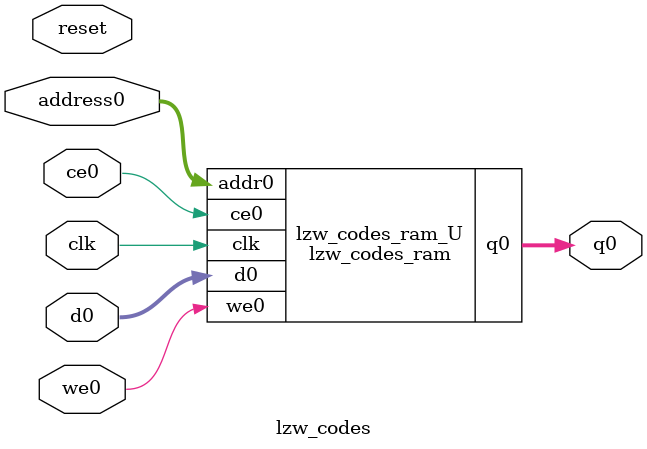
<source format=v>
`timescale 1 ns / 1 ps
module lzw_codes_ram (addr0, ce0, d0, we0, q0,  clk);

parameter DWIDTH = 13;
parameter AWIDTH = 14;
parameter MEM_SIZE = 16384;

input[AWIDTH-1:0] addr0;
input ce0;
input[DWIDTH-1:0] d0;
input we0;
output reg[DWIDTH-1:0] q0;
input clk;

reg [DWIDTH-1:0] ram[0:MEM_SIZE-1];




always @(posedge clk)  
begin 
    if (ce0) begin
        if (we0) 
            ram[addr0] <= d0; 
        q0 <= ram[addr0];
    end
end


endmodule

`timescale 1 ns / 1 ps
module lzw_codes(
    reset,
    clk,
    address0,
    ce0,
    we0,
    d0,
    q0);

parameter DataWidth = 32'd13;
parameter AddressRange = 32'd16384;
parameter AddressWidth = 32'd14;
input reset;
input clk;
input[AddressWidth - 1:0] address0;
input ce0;
input we0;
input[DataWidth - 1:0] d0;
output[DataWidth - 1:0] q0;



lzw_codes_ram lzw_codes_ram_U(
    .clk( clk ),
    .addr0( address0 ),
    .ce0( ce0 ),
    .we0( we0 ),
    .d0( d0 ),
    .q0( q0 ));

endmodule


</source>
